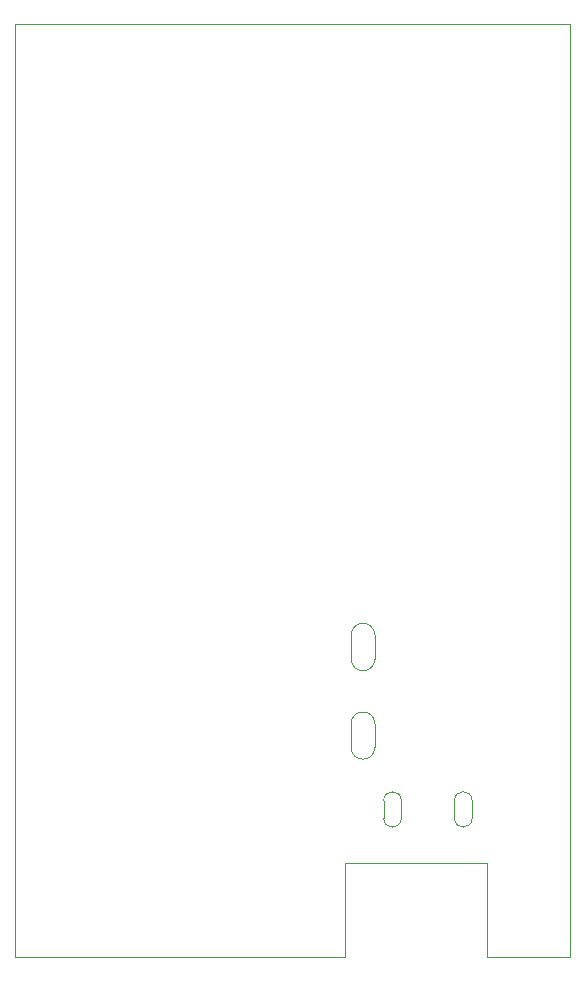
<source format=gbr>
%TF.GenerationSoftware,KiCad,Pcbnew,6.0.8-f2edbf62ab~116~ubuntu20.04.1*%
%TF.CreationDate,2022-11-09T00:06:37-08:00*%
%TF.ProjectId,packaged-amp,7061636b-6167-4656-942d-616d702e6b69,rev?*%
%TF.SameCoordinates,Original*%
%TF.FileFunction,Profile,NP*%
%FSLAX46Y46*%
G04 Gerber Fmt 4.6, Leading zero omitted, Abs format (unit mm)*
G04 Created by KiCad (PCBNEW 6.0.8-f2edbf62ab~116~ubuntu20.04.1) date 2022-11-09 00:06:37*
%MOMM*%
%LPD*%
G01*
G04 APERTURE LIST*
%TA.AperFunction,Profile*%
%ADD10C,0.100000*%
%TD*%
G04 APERTURE END LIST*
D10*
X190000000Y-159500000D02*
X197000000Y-159500000D01*
X190000000Y-151500000D02*
X190000000Y-159500000D01*
X181250000Y-147750000D02*
G75*
G03*
X182750000Y-147750000I750000J0D01*
G01*
X182750000Y-146250000D02*
G75*
G03*
X181250000Y-146250000I-750000J0D01*
G01*
X182750000Y-146250000D02*
X182750000Y-147750000D01*
X181250000Y-146250000D02*
X181250000Y-147750000D01*
X188750000Y-146250000D02*
X188750000Y-147750000D01*
X187250000Y-146250000D02*
X187250000Y-147750000D01*
X187250000Y-147750000D02*
G75*
G03*
X188750000Y-147750000I750000J0D01*
G01*
X188750000Y-146250000D02*
G75*
G03*
X187250000Y-146250000I-750000J0D01*
G01*
X178000000Y-151500000D02*
X178000000Y-159500000D01*
X190000000Y-151500000D02*
X178000000Y-151500000D01*
X150000000Y-80500000D02*
X150000000Y-159500000D01*
X197000000Y-80500000D02*
X150000000Y-80500000D01*
X197000000Y-159500000D02*
X197000000Y-80500000D01*
X150000000Y-159500000D02*
X178000000Y-159500000D01*
X178500000Y-134250000D02*
G75*
G03*
X180500000Y-134250000I1000000J0D01*
G01*
X178500000Y-134250000D02*
X178500000Y-132250000D01*
X180500000Y-139750000D02*
G75*
G03*
X178500000Y-139750000I-1000000J0D01*
G01*
X180500000Y-134250000D02*
X180500000Y-132250000D01*
X180500000Y-141750000D02*
X180500000Y-139750000D01*
X178500000Y-141750000D02*
X178500000Y-139750000D01*
X178500000Y-141750000D02*
G75*
G03*
X180500000Y-141750000I1000000J0D01*
G01*
X180500000Y-132250000D02*
G75*
G03*
X178500000Y-132250000I-1000000J0D01*
G01*
M02*

</source>
